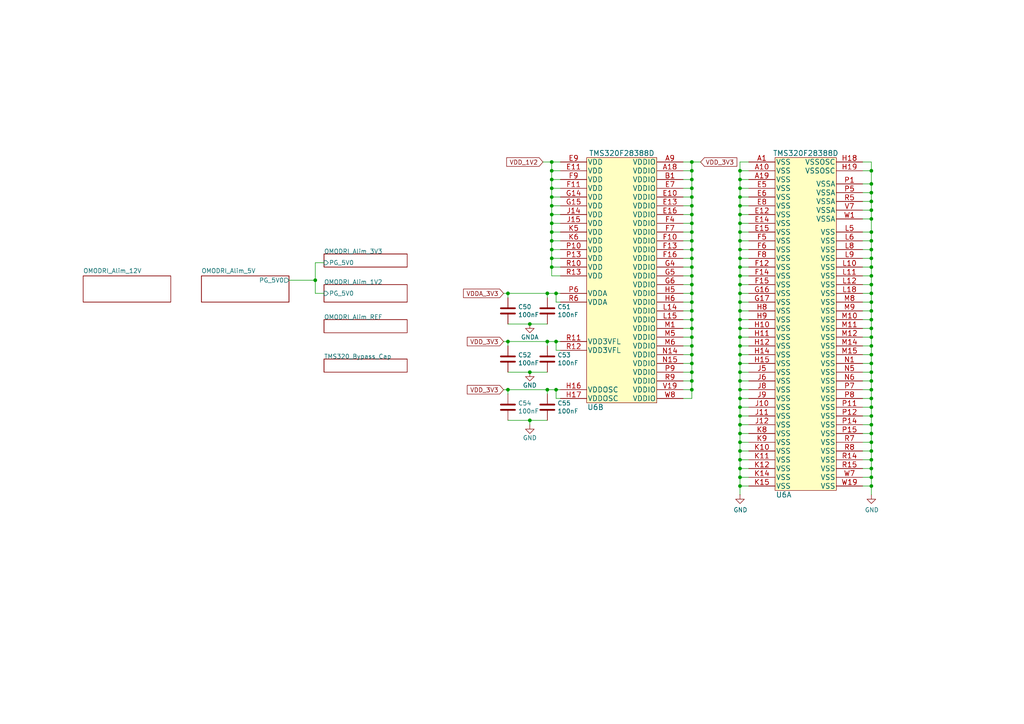
<source format=kicad_sch>
(kicad_sch (version 20231120) (generator "eeschema") (generator_version "8.0")
  (paper "A4")
  (title_block (title "Open MOtor DRiver Initiative (OMODRI)") (date "2022-11-24") (rev "3.0") (company "LAAS/CNRS"))
  (junction (at 214.63 64.77))
  (junction (at 252.73 87.63))
  (junction (at 200.66 52.07))
  (junction (at 214.63 54.61))
  (junction (at 158.75 113.03))
  (junction (at 158.75 85.09))
  (junction (at 214.63 92.71))
  (junction (at 214.63 59.69))
  (junction (at 252.73 115.57))
  (junction (at 214.63 77.47))
  (junction (at 200.66 64.77))
  (junction (at 252.73 74.93))
  (junction (at 252.73 60.96))
  (junction (at 160.02 64.77))
  (junction (at 153.67 121.92))
  (junction (at 200.66 92.71))
  (junction (at 252.73 67.31))
  (junction (at 252.73 138.43))
  (junction (at 214.63 95.25))
  (junction (at 214.63 115.57))
  (junction (at 214.63 80.01))
  (junction (at 214.63 107.95))
  (junction (at 214.63 97.79))
  (junction (at 252.73 105.41))
  (junction (at 214.63 110.49))
  (junction (at 160.02 67.31))
  (junction (at 160.02 74.93))
  (junction (at 252.73 97.79))
  (junction (at 214.63 118.11))
  (junction (at 252.73 82.55))
  (junction (at 252.73 107.95))
  (junction (at 214.63 62.23))
  (junction (at 214.63 85.09))
  (junction (at 214.63 57.15))
  (junction (at 153.67 107.95))
  (junction (at 200.66 80.01))
  (junction (at 214.63 100.33))
  (junction (at 252.73 128.27))
  (junction (at 160.02 49.53))
  (junction (at 252.73 58.42))
  (junction (at 160.02 46.99))
  (junction (at 160.02 72.39))
  (junction (at 200.66 95.25))
  (junction (at 214.63 130.81))
  (junction (at 252.73 90.17))
  (junction (at 214.63 74.93))
  (junction (at 200.66 49.53))
  (junction (at 160.02 54.61))
  (junction (at 252.73 102.87))
  (junction (at 214.63 102.87))
  (junction (at 214.63 123.19))
  (junction (at 200.66 90.17))
  (junction (at 252.73 77.47))
  (junction (at 252.73 140.97))
  (junction (at 252.73 49.53))
  (junction (at 200.66 97.79))
  (junction (at 200.66 59.69))
  (junction (at 200.66 54.61))
  (junction (at 200.66 110.49))
  (junction (at 214.63 105.41))
  (junction (at 160.02 59.69))
  (junction (at 214.63 138.43))
  (junction (at 153.67 93.98))
  (junction (at 252.73 53.34))
  (junction (at 200.66 102.87))
  (junction (at 161.29 85.09))
  (junction (at 200.66 46.99))
  (junction (at 214.63 128.27))
  (junction (at 200.66 100.33))
  (junction (at 214.63 135.89))
  (junction (at 147.32 85.09))
  (junction (at 200.66 107.95))
  (junction (at 214.63 69.85))
  (junction (at 252.73 95.25))
  (junction (at 252.73 125.73))
  (junction (at 252.73 55.88))
  (junction (at 214.63 87.63))
  (junction (at 160.02 52.07))
  (junction (at 158.75 99.06))
  (junction (at 91.44 81.28))
  (junction (at 214.63 52.07))
  (junction (at 252.73 100.33))
  (junction (at 200.66 85.09))
  (junction (at 252.73 135.89))
  (junction (at 252.73 85.09))
  (junction (at 147.32 113.03))
  (junction (at 252.73 130.81))
  (junction (at 160.02 57.15))
  (junction (at 214.63 90.17))
  (junction (at 161.29 113.03))
  (junction (at 252.73 133.35))
  (junction (at 252.73 69.85))
  (junction (at 200.66 77.47))
  (junction (at 214.63 113.03))
  (junction (at 161.29 99.06))
  (junction (at 200.66 87.63))
  (junction (at 252.73 120.65))
  (junction (at 200.66 72.39))
  (junction (at 200.66 74.93))
  (junction (at 200.66 67.31))
  (junction (at 214.63 125.73))
  (junction (at 214.63 82.55))
  (junction (at 252.73 63.5))
  (junction (at 252.73 110.49))
  (junction (at 252.73 113.03))
  (junction (at 200.66 69.85))
  (junction (at 200.66 113.03))
  (junction (at 200.66 105.41))
  (junction (at 200.66 62.23))
  (junction (at 160.02 69.85))
  (junction (at 252.73 80.01))
  (junction (at 160.02 62.23))
  (junction (at 214.63 140.97))
  (junction (at 214.63 120.65))
  (junction (at 214.63 133.35))
  (junction (at 252.73 118.11))
  (junction (at 252.73 72.39))
  (junction (at 160.02 77.47))
  (junction (at 214.63 49.53))
  (junction (at 214.63 72.39))
  (junction (at 200.66 82.55))
  (junction (at 200.66 57.15))
  (junction (at 214.63 67.31))
  (junction (at 252.73 123.19))
  (junction (at 147.32 99.06))
  (junction (at 252.73 92.71))
  (wire (pts (xy 160.02 49.53) (xy 160.02 46.99)))
  (wire (pts (xy 217.17 90.17) (xy 214.63 90.17)))
  (wire (pts (xy 162.56 115.57) (xy 161.29 115.57)))
  (wire (pts (xy 200.66 74.93) (xy 200.66 72.39)))
  (wire (pts (xy 250.19 128.27) (xy 252.73 128.27)))
  (wire (pts (xy 161.29 99.06) (xy 162.56 99.06)))
  (wire (pts (xy 252.73 118.11) (xy 252.73 120.65)))
  (wire (pts (xy 252.73 85.09) (xy 252.73 87.63)))
  (wire (pts (xy 252.73 90.17) (xy 252.73 92.71)))
  (wire (pts (xy 250.19 130.81) (xy 252.73 130.81)))
  (wire (pts (xy 160.02 67.31) (xy 160.02 64.77)))
  (wire (pts (xy 147.32 114.3) (xy 147.32 113.03)))
  (wire (pts (xy 217.17 69.85) (xy 214.63 69.85)))
  (wire (pts (xy 158.75 99.06) (xy 161.29 99.06)))
  (wire (pts (xy 252.73 58.42) (xy 252.73 60.96)))
  (wire (pts (xy 214.63 67.31) (xy 217.17 67.31)))
  (wire (pts (xy 214.63 130.81) (xy 214.63 133.35)))
  (wire (pts (xy 217.17 95.25) (xy 214.63 95.25)))
  (wire (pts (xy 200.66 92.71) (xy 200.66 90.17)))
  (wire (pts (xy 160.02 62.23) (xy 160.02 59.69)))
  (wire (pts (xy 252.73 107.95) (xy 252.73 110.49)))
  (wire (pts (xy 214.63 59.69) (xy 214.63 62.23)))
  (wire (pts (xy 91.44 76.2) (xy 91.44 81.28)))
  (wire (pts (xy 250.19 125.73) (xy 252.73 125.73)))
  (wire (pts (xy 198.12 64.77) (xy 200.66 64.77)))
  (wire (pts (xy 250.19 80.01) (xy 252.73 80.01)))
  (wire (pts (xy 214.63 125.73) (xy 214.63 128.27)))
  (wire (pts (xy 250.19 53.34) (xy 252.73 53.34)))
  (wire (pts (xy 200.66 69.85) (xy 200.66 67.31)))
  (wire (pts (xy 162.56 77.47) (xy 160.02 77.47)))
  (wire (pts (xy 217.17 85.09) (xy 214.63 85.09)))
  (wire (pts (xy 200.66 92.71) (xy 200.66 95.25)))
  (wire (pts (xy 162.56 62.23) (xy 160.02 62.23)))
  (wire (pts (xy 160.02 57.15) (xy 160.02 54.61)))
  (wire (pts (xy 252.73 97.79) (xy 252.73 100.33)))
  (wire (pts (xy 217.17 80.01) (xy 214.63 80.01)))
  (wire (pts (xy 214.63 49.53) (xy 214.63 52.07)))
  (wire (pts (xy 198.12 80.01) (xy 200.66 80.01)))
  (wire (pts (xy 252.73 110.49) (xy 252.73 113.03)))
  (wire (pts (xy 214.63 72.39) (xy 214.63 74.93)))
  (wire (pts (xy 252.73 69.85) (xy 252.73 72.39)))
  (wire (pts (xy 250.19 58.42) (xy 252.73 58.42)))
  (wire (pts (xy 147.32 85.09) (xy 158.75 85.09)))
  (wire (pts (xy 162.56 80.01) (xy 160.02 80.01)))
  (wire (pts (xy 217.17 120.65) (xy 214.63 120.65)))
  (wire (pts (xy 198.12 74.93) (xy 200.66 74.93)))
  (wire (pts (xy 217.17 138.43) (xy 214.63 138.43)))
  (wire (pts (xy 198.12 107.95) (xy 200.66 107.95)))
  (wire (pts (xy 214.63 140.97) (xy 214.63 143.51)))
  (wire (pts (xy 214.63 52.07) (xy 217.17 52.07)))
  (wire (pts (xy 147.32 121.92) (xy 153.67 121.92)))
  (wire (pts (xy 153.67 121.92) (xy 158.75 121.92)))
  (wire (pts (xy 214.63 49.53) (xy 217.17 49.53)))
  (wire (pts (xy 217.17 125.73) (xy 214.63 125.73)))
  (wire (pts (xy 214.63 105.41) (xy 214.63 107.95)))
  (wire (pts (xy 252.73 123.19) (xy 252.73 125.73)))
  (wire (pts (xy 217.17 107.95) (xy 214.63 107.95)))
  (wire (pts (xy 161.29 87.63) (xy 161.29 85.09)))
  (wire (pts (xy 200.66 85.09) (xy 200.66 82.55)))
  (wire (pts (xy 146.05 99.06) (xy 147.32 99.06)))
  (wire (pts (xy 250.19 107.95) (xy 252.73 107.95)))
  (wire (pts (xy 214.63 128.27) (xy 214.63 130.81)))
  (wire (pts (xy 250.19 138.43) (xy 252.73 138.43)))
  (wire (pts (xy 160.02 72.39) (xy 160.02 69.85)))
  (wire (pts (xy 214.63 62.23) (xy 214.63 64.77)))
  (wire (pts (xy 198.12 102.87) (xy 200.66 102.87)))
  (wire (pts (xy 217.17 105.41) (xy 214.63 105.41)))
  (wire (pts (xy 153.67 123.19) (xy 153.67 121.92)))
  (wire (pts (xy 252.73 63.5) (xy 252.73 67.31)))
  (wire (pts (xy 250.19 113.03) (xy 252.73 113.03)))
  (wire (pts (xy 250.19 105.41) (xy 252.73 105.41)))
  (wire (pts (xy 162.56 49.53) (xy 160.02 49.53)))
  (wire (pts (xy 198.12 115.57) (xy 200.66 115.57)))
  (wire (pts (xy 198.12 100.33) (xy 200.66 100.33)))
  (wire (pts (xy 214.63 54.61) (xy 217.17 54.61)))
  (wire (pts (xy 250.19 77.47) (xy 252.73 77.47)))
  (wire (pts (xy 198.12 46.99) (xy 200.66 46.99)))
  (wire (pts (xy 217.17 135.89) (xy 214.63 135.89)))
  (wire (pts (xy 162.56 59.69) (xy 160.02 59.69)))
  (wire (pts (xy 252.73 82.55) (xy 252.73 85.09)))
  (wire (pts (xy 214.63 87.63) (xy 214.63 90.17)))
  (wire (pts (xy 146.05 85.09) (xy 147.32 85.09)))
  (wire (pts (xy 198.12 67.31) (xy 200.66 67.31)))
  (wire (pts (xy 217.17 72.39) (xy 214.63 72.39)))
  (wire (pts (xy 214.63 133.35) (xy 214.63 135.89)))
  (wire (pts (xy 200.66 107.95) (xy 200.66 110.49)))
  (wire (pts (xy 250.19 95.25) (xy 252.73 95.25)))
  (wire (pts (xy 147.32 113.03) (xy 158.75 113.03)))
  (wire (pts (xy 160.02 49.53) (xy 160.02 52.07)))
  (wire (pts (xy 200.66 82.55) (xy 200.66 80.01)))
  (wire (pts (xy 217.17 133.35) (xy 214.63 133.35)))
  (wire (pts (xy 217.17 115.57) (xy 214.63 115.57)))
  (wire (pts (xy 252.73 138.43) (xy 252.73 140.97)))
  (wire (pts (xy 250.19 82.55) (xy 252.73 82.55)))
  (wire (pts (xy 252.73 74.93) (xy 252.73 77.47)))
  (wire (pts (xy 147.32 100.33) (xy 147.32 99.06)))
  (wire (pts (xy 200.66 115.57) (xy 200.66 113.03)))
  (wire (pts (xy 162.56 57.15) (xy 160.02 57.15)))
  (wire (pts (xy 162.56 74.93) (xy 160.02 74.93)))
  (wire (pts (xy 214.63 64.77) (xy 217.17 64.77)))
  (wire (pts (xy 147.32 99.06) (xy 158.75 99.06)))
  (wire (pts (xy 214.63 80.01) (xy 214.63 82.55)))
  (wire (pts (xy 158.75 114.3) (xy 158.75 113.03)))
  (wire (pts (xy 252.73 53.34) (xy 252.73 55.88)))
  (wire (pts (xy 252.73 67.31) (xy 252.73 69.85)))
  (wire (pts (xy 161.29 115.57) (xy 161.29 113.03)))
  (wire (pts (xy 160.02 69.85) (xy 160.02 67.31)))
  (wire (pts (xy 198.12 82.55) (xy 200.66 82.55)))
  (wire (pts (xy 161.29 101.6) (xy 161.29 99.06)))
  (wire (pts (xy 217.17 123.19) (xy 214.63 123.19)))
  (wire (pts (xy 252.73 72.39) (xy 252.73 74.93)))
  (wire (pts (xy 217.17 77.47) (xy 214.63 77.47)))
  (wire (pts (xy 250.19 140.97) (xy 252.73 140.97)))
  (wire (pts (xy 153.67 93.98) (xy 158.75 93.98)))
  (wire (pts (xy 198.12 54.61) (xy 200.66 54.61)))
  (wire (pts (xy 200.66 52.07) (xy 200.66 49.53)))
  (wire (pts (xy 200.66 110.49) (xy 200.66 113.03)))
  (wire (pts (xy 198.12 69.85) (xy 200.66 69.85)))
  (wire (pts (xy 252.73 130.81) (xy 252.73 133.35)))
  (wire (pts (xy 198.12 113.03) (xy 200.66 113.03)))
  (wire (pts (xy 160.02 46.99) (xy 162.56 46.99)))
  (wire (pts (xy 250.19 118.11) (xy 252.73 118.11)))
  (wire (pts (xy 217.17 128.27) (xy 214.63 128.27)))
  (wire (pts (xy 252.73 120.65) (xy 252.73 123.19)))
  (wire (pts (xy 160.02 64.77) (xy 160.02 62.23)))
  (wire (pts (xy 250.19 90.17) (xy 252.73 90.17)))
  (wire (pts (xy 200.66 49.53) (xy 200.66 46.99)))
  (wire (pts (xy 214.63 95.25) (xy 214.63 97.79)))
  (wire (pts (xy 162.56 52.07) (xy 160.02 52.07)))
  (wire (pts (xy 214.63 135.89) (xy 214.63 138.43)))
  (wire (pts (xy 162.56 54.61) (xy 160.02 54.61)))
  (wire (pts (xy 214.63 57.15) (xy 217.17 57.15)))
  (wire (pts (xy 162.56 69.85) (xy 160.02 69.85)))
  (wire (pts (xy 214.63 46.99) (xy 217.17 46.99)))
  (wire (pts (xy 200.66 67.31) (xy 200.66 64.77)))
  (wire (pts (xy 214.63 92.71) (xy 214.63 95.25)))
  (wire (pts (xy 217.17 110.49) (xy 214.63 110.49)))
  (wire (pts (xy 91.44 76.2) (xy 93.98 76.2)))
  (wire (pts (xy 250.19 97.79) (xy 252.73 97.79)))
  (wire (pts (xy 198.12 85.09) (xy 200.66 85.09)))
  (wire (pts (xy 252.73 60.96) (xy 252.73 63.5)))
  (wire (pts (xy 250.19 49.53) (xy 252.73 49.53)))
  (wire (pts (xy 198.12 90.17) (xy 200.66 90.17)))
  (wire (pts (xy 250.19 85.09) (xy 252.73 85.09)))
  (wire (pts (xy 214.63 90.17) (xy 214.63 92.71)))
  (wire (pts (xy 214.63 115.57) (xy 214.63 118.11)))
  (wire (pts (xy 252.73 95.25) (xy 252.73 97.79)))
  (wire (pts (xy 217.17 118.11) (xy 214.63 118.11)))
  (wire (pts (xy 160.02 77.47) (xy 160.02 80.01)))
  (wire (pts (xy 198.12 52.07) (xy 200.66 52.07)))
  (wire (pts (xy 214.63 102.87) (xy 214.63 105.41)))
  (wire (pts (xy 162.56 64.77) (xy 160.02 64.77)))
  (wire (pts (xy 160.02 74.93) (xy 160.02 77.47)))
  (wire (pts (xy 162.56 101.6) (xy 161.29 101.6)))
  (wire (pts (xy 147.32 107.95) (xy 153.67 107.95)))
  (wire (pts (xy 200.66 95.25) (xy 200.66 97.79)))
  (wire (pts (xy 250.19 63.5) (xy 252.73 63.5)))
  (wire (pts (xy 252.73 140.97) (xy 252.73 143.51)))
  (wire (pts (xy 252.73 133.35) (xy 252.73 135.89)))
  (wire (pts (xy 250.19 123.19) (xy 252.73 123.19)))
  (wire (pts (xy 214.63 64.77) (xy 214.63 67.31)))
  (wire (pts (xy 252.73 77.47) (xy 252.73 80.01)))
  (wire (pts (xy 250.19 87.63) (xy 252.73 87.63)))
  (wire (pts (xy 162.56 85.09) (xy 161.29 85.09)))
  (wire (pts (xy 198.12 92.71) (xy 200.66 92.71)))
  (wire (pts (xy 198.12 105.41) (xy 200.66 105.41)))
  (wire (pts (xy 200.66 64.77) (xy 200.66 62.23)))
  (wire (pts (xy 250.19 69.85) (xy 252.73 69.85)))
  (wire (pts (xy 200.66 100.33) (xy 200.66 97.79)))
  (wire (pts (xy 214.63 74.93) (xy 214.63 77.47)))
  (wire (pts (xy 214.63 100.33) (xy 214.63 102.87)))
  (wire (pts (xy 214.63 67.31) (xy 214.63 69.85)))
  (wire (pts (xy 198.12 77.47) (xy 200.66 77.47)))
  (wire (pts (xy 146.05 113.03) (xy 147.32 113.03)))
  (wire (pts (xy 158.75 100.33) (xy 158.75 99.06)))
  (wire (pts (xy 217.17 102.87) (xy 214.63 102.87)))
  (wire (pts (xy 162.56 67.31) (xy 160.02 67.31)))
  (wire (pts (xy 214.63 62.23) (xy 217.17 62.23)))
  (wire (pts (xy 214.63 110.49) (xy 214.63 113.03)))
  (wire (pts (xy 200.66 87.63) (xy 200.66 85.09)))
  (wire (pts (xy 250.19 74.93) (xy 252.73 74.93)))
  (wire (pts (xy 252.73 46.99) (xy 252.73 49.53)))
  (wire (pts (xy 198.12 87.63) (xy 200.66 87.63)))
  (wire (pts (xy 200.66 52.07) (xy 200.66 54.61)))
  (wire (pts (xy 214.63 85.09) (xy 214.63 87.63)))
  (wire (pts (xy 157.48 46.99) (xy 160.02 46.99)))
  (wire (pts (xy 214.63 118.11) (xy 214.63 120.65)))
  (wire (pts (xy 160.02 74.93) (xy 160.02 72.39)))
  (wire (pts (xy 217.17 87.63) (xy 214.63 87.63)))
  (wire (pts (xy 252.73 128.27) (xy 252.73 130.81)))
  (wire (pts (xy 200.66 62.23) (xy 200.66 59.69)))
  (wire (pts (xy 217.17 92.71) (xy 214.63 92.71)))
  (wire (pts (xy 198.12 62.23) (xy 200.66 62.23)))
  (wire (pts (xy 214.63 59.69) (xy 217.17 59.69)))
  (wire (pts (xy 214.63 57.15) (xy 214.63 59.69)))
  (wire (pts (xy 214.63 77.47) (xy 214.63 80.01)))
  (wire (pts (xy 158.75 113.03) (xy 161.29 113.03)))
  (wire (pts (xy 198.12 59.69) (xy 200.66 59.69)))
  (wire (pts (xy 83.82 81.28) (xy 91.44 81.28)))
  (wire (pts (xy 214.63 120.65) (xy 214.63 123.19)))
  (wire (pts (xy 158.75 85.09) (xy 161.29 85.09)))
  (wire (pts (xy 250.19 60.96) (xy 252.73 60.96)))
  (wire (pts (xy 160.02 52.07) (xy 160.02 54.61)))
  (wire (pts (xy 200.66 46.99) (xy 203.2 46.99)))
  (wire (pts (xy 200.66 105.41) (xy 200.66 107.95)))
  (wire (pts (xy 162.56 87.63) (xy 161.29 87.63)))
  (wire (pts (xy 252.73 102.87) (xy 252.73 105.41)))
  (wire (pts (xy 214.63 138.43) (xy 214.63 140.97)))
  (wire (pts (xy 250.19 133.35) (xy 252.73 133.35)))
  (wire (pts (xy 217.17 97.79) (xy 214.63 97.79)))
  (wire (pts (xy 217.17 74.93) (xy 214.63 74.93)))
  (wire (pts (xy 200.66 102.87) (xy 200.66 105.41)))
  (wire (pts (xy 200.66 80.01) (xy 200.66 77.47)))
  (wire (pts (xy 250.19 92.71) (xy 252.73 92.71)))
  (wire (pts (xy 250.19 110.49) (xy 252.73 110.49)))
  (wire (pts (xy 91.44 85.09) (xy 93.98 85.09)))
  (wire (pts (xy 198.12 57.15) (xy 200.66 57.15)))
  (wire (pts (xy 214.63 54.61) (xy 214.63 57.15)))
  (wire (pts (xy 252.73 105.41) (xy 252.73 107.95)))
  (wire (pts (xy 252.73 125.73) (xy 252.73 128.27)))
  (wire (pts (xy 252.73 87.63) (xy 252.73 90.17)))
  (wire (pts (xy 252.73 115.57) (xy 252.73 118.11)))
  (wire (pts (xy 252.73 92.71) (xy 252.73 95.25)))
  (wire (pts (xy 214.63 52.07) (xy 214.63 54.61)))
  (wire (pts (xy 200.66 90.17) (xy 200.66 87.63)))
  (wire (pts (xy 200.66 77.47) (xy 200.66 74.93)))
  (wire (pts (xy 147.32 86.36) (xy 147.32 85.09)))
  (wire (pts (xy 250.19 115.57) (xy 252.73 115.57)))
  (wire (pts (xy 250.19 120.65) (xy 252.73 120.65)))
  (wire (pts (xy 252.73 100.33) (xy 252.73 102.87)))
  (wire (pts (xy 198.12 97.79) (xy 200.66 97.79)))
  (wire (pts (xy 214.63 113.03) (xy 214.63 115.57)))
  (wire (pts (xy 200.66 72.39) (xy 200.66 69.85)))
  (wire (pts (xy 252.73 80.01) (xy 252.73 82.55)))
  (wire (pts (xy 250.19 102.87) (xy 252.73 102.87)))
  (wire (pts (xy 214.63 123.19) (xy 214.63 125.73)))
  (wire (pts (xy 198.12 72.39) (xy 200.66 72.39)))
  (wire (pts (xy 252.73 55.88) (xy 252.73 58.42)))
  (wire (pts (xy 250.19 46.99) (xy 252.73 46.99)))
  (wire (pts (xy 198.12 110.49) (xy 200.66 110.49)))
  (wire (pts (xy 250.19 72.39) (xy 252.73 72.39)))
  (wire (pts (xy 252.73 135.89) (xy 252.73 138.43)))
  (wire (pts (xy 91.44 81.28) (xy 91.44 85.09)))
  (wire (pts (xy 250.19 135.89) (xy 252.73 135.89)))
  (wire (pts (xy 161.29 113.03) (xy 162.56 113.03)))
  (wire (pts (xy 147.32 93.98) (xy 153.67 93.98)))
  (wire (pts (xy 217.17 130.81) (xy 214.63 130.81)))
  (wire (pts (xy 217.17 113.03) (xy 214.63 113.03)))
  (wire (pts (xy 200.66 59.69) (xy 200.66 57.15)))
  (wire (pts (xy 214.63 107.95) (xy 214.63 110.49)))
  (wire (pts (xy 158.75 86.36) (xy 158.75 85.09)))
  (wire (pts (xy 200.66 54.61) (xy 200.66 57.15)))
  (wire (pts (xy 214.63 46.99) (xy 214.63 49.53)))
  (wire (pts (xy 153.67 107.95) (xy 158.75 107.95)))
  (wire (pts (xy 198.12 49.53) (xy 200.66 49.53)))
  (wire (pts (xy 214.63 69.85) (xy 214.63 72.39)))
  (wire (pts (xy 214.63 82.55) (xy 214.63 85.09)))
  (wire (pts (xy 252.73 113.03) (xy 252.73 115.57)))
  (wire (pts (xy 200.66 102.87) (xy 200.66 100.33)))
  (wire (pts (xy 214.63 97.79) (xy 214.63 100.33)))
  (wire (pts (xy 162.56 72.39) (xy 160.02 72.39)))
  (wire (pts (xy 198.12 95.25) (xy 200.66 95.25)))
  (wire (pts (xy 217.17 100.33) (xy 214.63 100.33)))
  (wire (pts (xy 217.17 140.97) (xy 214.63 140.97)))
  (wire (pts (xy 250.19 55.88) (xy 252.73 55.88)))
  (wire (pts (xy 252.73 49.53) (xy 252.73 53.34)))
  (wire (pts (xy 160.02 59.69) (xy 160.02 57.15)))
  (wire (pts (xy 217.17 82.55) (xy 214.63 82.55)))
  (wire (pts (xy 250.19 100.33) (xy 252.73 100.33)))
  (wire (pts (xy 250.19 67.31) (xy 252.73 67.31)))
  (global_label "VDD_3V3" (shape input) (at 203.2 46.99 0) (property "Intersheetrefs" "${INTERSHEET_REFS}" (effects (hide yes))) (property "Références Inter-Feuilles" "${INTERSHEET_REFS}" (effects (hide yes))))
  (global_label "VDD_1V2" (shape input) (at 157.48 46.99 180) (property "Intersheetrefs" "${INTERSHEET_REFS}" (effects (hide yes))) (property "Références Inter-Feuilles" "${INTERSHEET_REFS}" (effects (hide yes))))
  (global_label "VDD_3V3" (shape input) (at 146.05 99.06 180) (property "Intersheetrefs" "${INTERSHEET_REFS}" (effects (hide yes))) (property "Références Inter-Feuilles" "${INTERSHEET_REFS}" (effects (hide yes))))
  (global_label "VDD_3V3" (shape input) (at 146.05 113.03 180) (property "Intersheetrefs" "${INTERSHEET_REFS}" (effects (hide yes))) (property "Références Inter-Feuilles" "${INTERSHEET_REFS}" (effects (hide yes))))
  (global_label "VDDA_3V3" (shape input) (at 146.05 85.09 180) (property "Intersheetrefs" "${INTERSHEET_REFS}" (effects (hide yes))) (property "Références Inter-Feuilles" "${INTERSHEET_REFS}" (effects (hide yes))))
  (symbol (lib_id "power:GND") (at 214.63 143.51 0) (unit 1)
    (property "Reference" "#PWR0109" (effects (hide yes)))
    (property "Value" "GND" (at 214.757 147.9042 0))
    (property "Description" "Power symbol creates a global label with name \"GND\" , ground" (effects (hide yes)))
  )
  (symbol (lib_id "power:GND") (at 252.73 143.51 0) (unit 1)
    (property "Reference" "#PWR0110" (effects (hide yes)))
    (property "Value" "GND" (at 252.857 147.9042 0))
    (property "Description" "Power symbol creates a global label with name \"GND\" , ground" (effects (hide yes)))
  )
  (symbol (lib_id "omodri_lib:TMS320F28388D") (at 180.34 95.25 0) (unit 2)
    (property "Reference" "U6" (at 172.72 118.11 0) (effects (font (size 1.524 1.524))))
    (property "Value" "TMS320F28388D" (at 180.34 44.45 0) (effects (font (size 1.524 1.524))))
    (property "Footprint" "udriver3:NFBGA_337" (effects (hide yes)))
    (property "Datasheet" "https://www.ti.com/lit/ds/symlink/tms320f28388d.pdf" (effects (hide yes)))
    (property "Description" "C2000™ 32-bit MCU with connectivity manager, 2x C28x+CLA CPU, 1.5-MB flash, FPU64, CLB, ENET, EtherCAT" (effects (hide yes)))
    (property "DigiKey" "296-F28388DZWTS-ND" (effects (hide yes)))
    (property "Mouser" "595-F28388DZWTS" (effects (hide yes)))
    (property "Part No" "F28388DZWTS" (effects (hide yes)))
    (property "LCSC" "C2879671" (effects (hide yes)))
  )
  (symbol (lib_id "omodri_lib:TMS320F28388D") (at 233.68 95.25 0) (unit 1)
    (property "Reference" "U6" (at 227.33 143.51 0) (effects (font (size 1.524 1.524))))
    (property "Value" "TMS320F28388D" (at 233.68 44.45 0) (effects (font (size 1.524 1.524))))
    (property "Footprint" "udriver3:NFBGA_337" (effects (hide yes)))
    (property "Datasheet" "https://www.ti.com/lit/ds/symlink/tms320f28388d.pdf" (effects (hide yes)))
    (property "Description" "C2000™ 32-bit MCU with connectivity manager, 2x C28x+CLA CPU, 1.5-MB flash, FPU64, CLB, ENET, EtherCAT" (effects (hide yes)))
    (property "DigiKey" "296-F28388DZWTS-ND" (effects (hide yes)))
    (property "Mouser" "595-F28388DZWTS" (effects (hide yes)))
    (property "Part No" "F28388DZWTS" (effects (hide yes)))
    (property "LCSC" "C2879671" (effects (hide yes)))
  )
  (symbol (lib_id "power:GND") (at 153.67 107.95 0) (unit 1)
    (property "Reference" "#PWR0107" (effects (hide yes)))
    (property "Value" "GND" (at 153.67 111.76 0))
    (property "Description" "Power symbol creates a global label with name \"GND\" , ground" (effects (hide yes)))
  )
  (symbol (lib_id "power:GND") (at 153.67 123.19 0) (unit 1)
    (property "Reference" "#PWR0108" (effects (hide yes)))
    (property "Value" "GND" (at 153.67 127 0))
    (property "Description" "Power symbol creates a global label with name \"GND\" , ground" (effects (hide yes)))
  )
  (symbol (lib_id "power:GNDA") (at 153.67 93.98 0) (unit 1)
    (property "Reference" "#PWR0106" (effects (hide yes)))
    (property "Value" "GNDA" (at 153.67 97.79 0))
    (property "Description" "Power symbol creates a global label with name \"GNDA\" , analog ground" (effects (hide yes)))
  )
  (symbol (lib_id "Device:C") (at 147.32 118.11 0) (unit 1)
    (property "Reference" "C54" (at 150.241 116.9416 0) (effects (justify left)))
    (property "Value" "100nF" (at 150.241 119.253 0) (effects (justify left)))
    (property "Footprint" "Capacitor_SMD:C_0201_0603Metric" (effects (hide yes)))
    (property "Description" "Unpolarized capacitor" (effects (hide yes)))
    (property "Part No" "GRM033R61E104KE14D" (effects (hide yes)))
    (property "Rated Voltage" "25V" (effects (hide yes)))
    (property "Farnell" "2990693" (effects (hide yes)))
    (property "Mouser" "81-GRM033R61E104KE4D" (effects (hide yes)))
    (property "DigiKey" "490-12686-1-ND" (effects (hide yes)))
    (property "LCSC" "C76939" (effects (hide yes)))
  )
  (symbol (lib_id "Device:C") (at 147.32 104.14 0) (unit 1)
    (property "Reference" "C52" (at 150.241 102.9716 0) (effects (justify left)))
    (property "Value" "100nF" (at 150.241 105.283 0) (effects (justify left)))
    (property "Footprint" "Capacitor_SMD:C_0201_0603Metric" (effects (hide yes)))
    (property "Description" "Unpolarized capacitor" (effects (hide yes)))
    (property "Part No" "GRM033R61E104KE14D" (effects (hide yes)))
    (property "Rated Voltage" "25V" (effects (hide yes)))
    (property "Farnell" "2990693" (effects (hide yes)))
    (property "Mouser" "81-GRM033R61E104KE4D" (effects (hide yes)))
    (property "DigiKey" "490-12686-1-ND" (effects (hide yes)))
    (property "LCSC" "C76939" (effects (hide yes)))
  )
  (symbol (lib_id "Device:C") (at 147.32 90.17 0) (unit 1)
    (property "Reference" "C50" (at 150.241 89.0016 0) (effects (justify left)))
    (property "Value" "100nF" (at 150.241 91.313 0) (effects (justify left)))
    (property "Footprint" "Capacitor_SMD:C_0201_0603Metric" (effects (hide yes)))
    (property "Description" "Unpolarized capacitor" (effects (hide yes)))
    (property "Part No" "GRM033R61E104KE14D" (effects (hide yes)))
    (property "Rated Voltage" "25V" (effects (hide yes)))
    (property "Farnell" "2990693" (effects (hide yes)))
    (property "Mouser" "81-GRM033R61E104KE4D" (effects (hide yes)))
    (property "DigiKey" "490-12686-1-ND" (effects (hide yes)))
    (property "LCSC" "C76939" (effects (hide yes)))
  )
  (symbol (lib_id "Device:C") (at 158.75 104.14 0) (unit 1)
    (property "Reference" "C53" (at 161.671 102.9716 0) (effects (justify left)))
    (property "Value" "100nF" (at 161.671 105.283 0) (effects (justify left)))
    (property "Footprint" "Capacitor_SMD:C_0201_0603Metric" (effects (hide yes)))
    (property "Description" "Unpolarized capacitor" (effects (hide yes)))
    (property "Part No" "GRM033R61E104KE14D" (effects (hide yes)))
    (property "Rated Voltage" "25V" (effects (hide yes)))
    (property "Farnell" "2990693" (effects (hide yes)))
    (property "Mouser" "81-GRM033R61E104KE4D" (effects (hide yes)))
    (property "DigiKey" "490-12686-1-ND" (effects (hide yes)))
    (property "LCSC" "C76939" (effects (hide yes)))
  )
  (symbol (lib_id "Device:C") (at 158.75 118.11 0) (unit 1)
    (property "Reference" "C55" (at 161.671 116.9416 0) (effects (justify left)))
    (property "Value" "100nF" (at 161.671 119.253 0) (effects (justify left)))
    (property "Footprint" "Capacitor_SMD:C_0201_0603Metric" (effects (hide yes)))
    (property "Description" "Unpolarized capacitor" (effects (hide yes)))
    (property "Part No" "GRM033R61E104KE14D" (effects (hide yes)))
    (property "Rated Voltage" "25V" (effects (hide yes)))
    (property "Farnell" "2990693" (effects (hide yes)))
    (property "Mouser" "81-GRM033R61E104KE4D" (effects (hide yes)))
    (property "DigiKey" "490-12686-1-ND" (effects (hide yes)))
    (property "LCSC" "C76939" (effects (hide yes)))
  )
  (symbol (lib_id "Device:C") (at 158.75 90.17 0) (unit 1)
    (property "Reference" "C51" (at 161.671 89.0016 0) (effects (justify left)))
    (property "Value" "100nF" (at 161.671 91.313 0) (effects (justify left)))
    (property "Footprint" "Capacitor_SMD:C_0201_0603Metric" (effects (hide yes)))
    (property "Description" "Unpolarized capacitor" (effects (hide yes)))
    (property "Part No" "GRM033R61E104KE14D" (effects (hide yes)))
    (property "Rated Voltage" "25V" (effects (hide yes)))
    (property "Farnell" "2990693" (effects (hide yes)))
    (property "Mouser" "81-GRM033R61E104KE4D" (effects (hide yes)))
    (property "DigiKey" "490-12686-1-ND" (effects (hide yes)))
    (property "LCSC" "C76939" (effects (hide yes)))
  )
  (sheet (at 58.42 80.01) (size 25.4 7.62)
    (property "Sheetname" "OMODRI_Alim_5V" (at 58.42 79.2984 0) (effects (justify left bottom)))
    (property "Sheetfile" "OMODRI_Alim_5V.kicad_sch" (effects (hide yes)))
    (pin "PG_5V0" output (at 83.82 81.28 0))
  )
  (sheet (at 93.98 73.66) (size 24.13 3.81)
    (property "Sheetname" "OMODRI_Alim_3V3" (at 93.98 73.66 0) (effects (justify left bottom)))
    (property "Sheetfile" "OMODRI_Alim_3V3.kicad_sch" (effects (hide yes)))
    (pin "PG_5V0" input (at 93.98 76.2 180))
  )
  (sheet (at 93.98 82.55) (size 24.13 5.08)
    (property "Sheetname" "OMODRI_Alim_1V2" (at 93.98 82.55 0) (effects (justify left bottom)))
    (property "Sheetfile" "OMODRI_Alim_1V2.kicad_sch" (effects (hide yes)))
    (pin "PG_5V0" input (at 93.98 85.09 180))
  )
  (sheet (at 93.98 92.71) (size 24.13 3.81)
    (property "Sheetname" "OMODRI_Alim_REF" (at 93.98 92.71 0) (effects (justify left bottom)))
    (property "Sheetfile" "OMODRI_Alim_REF.kicad_sch" (effects (hide yes)))
  )
  (sheet (at 93.98 104.14) (size 24.13 3.81)
    (property "Sheetname" "TMS320_Bypass_Cap" (at 93.98 104.14 0) (effects (justify left bottom)))
    (property "Sheetfile" "TMS320_Bypass_Cap.kicad_sch" (effects (hide yes)))
  )
  (sheet (at 24.13 80.01) (size 25.4 7.62) (stroke (width 0.1524))
    (property "Sheetname" "OMODRI_Alim_12V" (at 24.13 79.2984 0) (effects (justify left bottom)))
    (property "Sheetfile" "OMODRI_Alim_12V.kicad_sch" (effects (hide yes)))
  )
)
</source>
